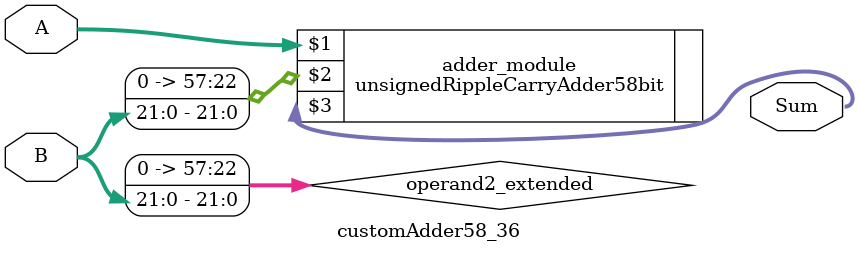
<source format=v>
module customAdder58_36(
                        input [57 : 0] A,
                        input [21 : 0] B,
                        
                        output [58 : 0] Sum
                );

        wire [57 : 0] operand2_extended;
        
        assign operand2_extended =  {36'b0, B};
        
        unsignedRippleCarryAdder58bit adder_module(
            A,
            operand2_extended,
            Sum
        );
        
        endmodule
        
</source>
